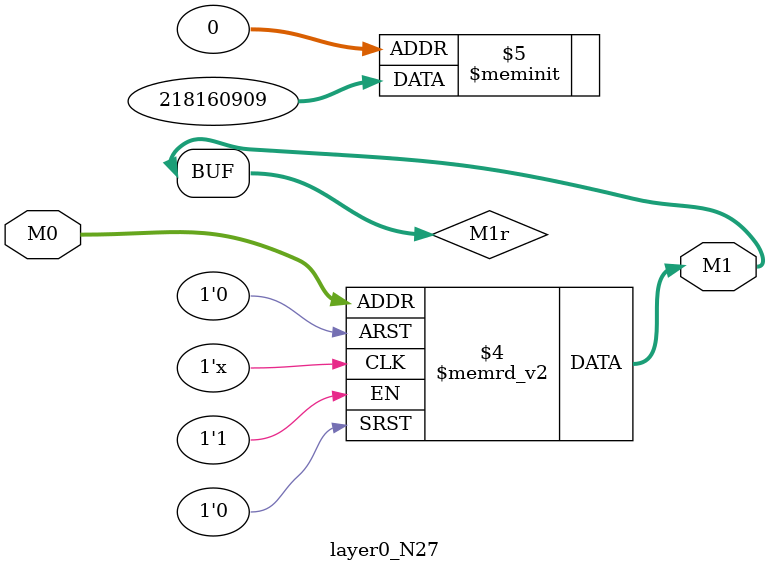
<source format=v>
module layer0_N27 ( input [3:0] M0, output [1:0] M1 );

	(*rom_style = "distributed" *) reg [1:0] M1r;
	assign M1 = M1r;
	always @ (M0) begin
		case (M0)
			4'b0000: M1r = 2'b01;
			4'b1000: M1r = 2'b00;
			4'b0100: M1r = 2'b11;
			4'b1100: M1r = 2'b01;
			4'b0010: M1r = 2'b00;
			4'b1010: M1r = 2'b00;
			4'b0110: M1r = 2'b01;
			4'b1110: M1r = 2'b00;
			4'b0001: M1r = 2'b11;
			4'b1001: M1r = 2'b00;
			4'b0101: M1r = 2'b11;
			4'b1101: M1r = 2'b11;
			4'b0011: M1r = 2'b00;
			4'b1011: M1r = 2'b00;
			4'b0111: M1r = 2'b11;
			4'b1111: M1r = 2'b00;

		endcase
	end
endmodule

</source>
